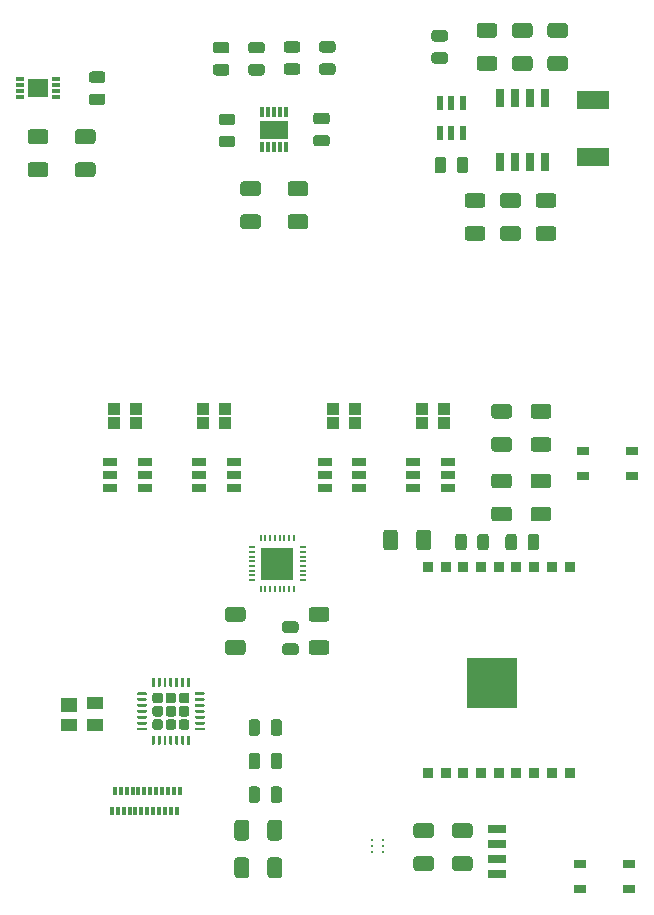
<source format=gbr>
%TF.GenerationSoftware,KiCad,Pcbnew,5.1.6*%
%TF.CreationDate,2020-07-08T20:14:41-07:00*%
%TF.ProjectId,plant_station,706c616e-745f-4737-9461-74696f6e2e6b,rev?*%
%TF.SameCoordinates,Original*%
%TF.FileFunction,Paste,Top*%
%TF.FilePolarity,Positive*%
%FSLAX46Y46*%
G04 Gerber Fmt 4.6, Leading zero omitted, Abs format (unit mm)*
G04 Created by KiCad (PCBNEW 5.1.6) date 2020-07-08 20:14:41*
%MOMM*%
%LPD*%
G01*
G04 APERTURE LIST*
%ADD10C,0.260000*%
%ADD11R,2.700000X1.500000*%
%ADD12R,0.650000X1.525000*%
%ADD13R,0.600000X1.250000*%
%ADD14R,0.300000X0.850000*%
%ADD15R,2.400000X1.650000*%
%ADD16R,1.800000X1.600000*%
%ADD17R,0.800000X0.300000*%
%ADD18R,1.400000X1.200000*%
%ADD19R,1.400000X1.000000*%
%ADD20R,1.600000X0.700000*%
%ADD21R,1.000000X1.000000*%
%ADD22R,1.300000X0.700000*%
%ADD23R,0.500000X0.200000*%
%ADD24R,0.200000X0.500000*%
%ADD25R,2.800000X2.800000*%
%ADD26R,0.300000X0.700000*%
%ADD27R,1.050000X0.650000*%
%ADD28R,0.912500X0.850000*%
%ADD29R,4.300000X4.300000*%
G04 APERTURE END LIST*
D10*
%TO.C,U2*%
X78000000Y-104375000D03*
X78000000Y-103875000D03*
X78000000Y-103375000D03*
X77000000Y-104375000D03*
X77000000Y-103875000D03*
X77000000Y-103375000D03*
%TD*%
%TO.C,C4*%
G36*
G01*
X89375000Y-49875000D02*
X88125000Y-49875000D01*
G75*
G02*
X87875000Y-49625000I0J250000D01*
G01*
X87875000Y-48875000D01*
G75*
G02*
X88125000Y-48625000I250000J0D01*
G01*
X89375000Y-48625000D01*
G75*
G02*
X89625000Y-48875000I0J-250000D01*
G01*
X89625000Y-49625000D01*
G75*
G02*
X89375000Y-49875000I-250000J0D01*
G01*
G37*
G36*
G01*
X89375000Y-52675000D02*
X88125000Y-52675000D01*
G75*
G02*
X87875000Y-52425000I0J250000D01*
G01*
X87875000Y-51675000D01*
G75*
G02*
X88125000Y-51425000I250000J0D01*
G01*
X89375000Y-51425000D01*
G75*
G02*
X89625000Y-51675000I0J-250000D01*
G01*
X89625000Y-52425000D01*
G75*
G02*
X89375000Y-52675000I-250000J0D01*
G01*
G37*
%TD*%
%TO.C,C5*%
G36*
G01*
X92375000Y-49875000D02*
X91125000Y-49875000D01*
G75*
G02*
X90875000Y-49625000I0J250000D01*
G01*
X90875000Y-48875000D01*
G75*
G02*
X91125000Y-48625000I250000J0D01*
G01*
X92375000Y-48625000D01*
G75*
G02*
X92625000Y-48875000I0J-250000D01*
G01*
X92625000Y-49625000D01*
G75*
G02*
X92375000Y-49875000I-250000J0D01*
G01*
G37*
G36*
G01*
X92375000Y-52675000D02*
X91125000Y-52675000D01*
G75*
G02*
X90875000Y-52425000I0J250000D01*
G01*
X90875000Y-51675000D01*
G75*
G02*
X91125000Y-51425000I250000J0D01*
G01*
X92375000Y-51425000D01*
G75*
G02*
X92625000Y-51675000I0J-250000D01*
G01*
X92625000Y-52425000D01*
G75*
G02*
X92375000Y-52675000I-250000J0D01*
G01*
G37*
%TD*%
%TO.C,C6*%
G36*
G01*
X67375000Y-48875000D02*
X66125000Y-48875000D01*
G75*
G02*
X65875000Y-48625000I0J250000D01*
G01*
X65875000Y-47875000D01*
G75*
G02*
X66125000Y-47625000I250000J0D01*
G01*
X67375000Y-47625000D01*
G75*
G02*
X67625000Y-47875000I0J-250000D01*
G01*
X67625000Y-48625000D01*
G75*
G02*
X67375000Y-48875000I-250000J0D01*
G01*
G37*
G36*
G01*
X67375000Y-51675000D02*
X66125000Y-51675000D01*
G75*
G02*
X65875000Y-51425000I0J250000D01*
G01*
X65875000Y-50675000D01*
G75*
G02*
X66125000Y-50425000I250000J0D01*
G01*
X67375000Y-50425000D01*
G75*
G02*
X67625000Y-50675000I0J-250000D01*
G01*
X67625000Y-51425000D01*
G75*
G02*
X67375000Y-51675000I-250000J0D01*
G01*
G37*
%TD*%
%TO.C,C7*%
G36*
G01*
X71375000Y-51675000D02*
X70125000Y-51675000D01*
G75*
G02*
X69875000Y-51425000I0J250000D01*
G01*
X69875000Y-50675000D01*
G75*
G02*
X70125000Y-50425000I250000J0D01*
G01*
X71375000Y-50425000D01*
G75*
G02*
X71625000Y-50675000I0J-250000D01*
G01*
X71625000Y-51425000D01*
G75*
G02*
X71375000Y-51675000I-250000J0D01*
G01*
G37*
G36*
G01*
X71375000Y-48875000D02*
X70125000Y-48875000D01*
G75*
G02*
X69875000Y-48625000I0J250000D01*
G01*
X69875000Y-47875000D01*
G75*
G02*
X70125000Y-47625000I250000J0D01*
G01*
X71375000Y-47625000D01*
G75*
G02*
X71625000Y-47875000I0J-250000D01*
G01*
X71625000Y-48625000D01*
G75*
G02*
X71375000Y-48875000I-250000J0D01*
G01*
G37*
%TD*%
%TO.C,Cdec1*%
G36*
G01*
X53375000Y-47275000D02*
X52125000Y-47275000D01*
G75*
G02*
X51875000Y-47025000I0J250000D01*
G01*
X51875000Y-46275000D01*
G75*
G02*
X52125000Y-46025000I250000J0D01*
G01*
X53375000Y-46025000D01*
G75*
G02*
X53625000Y-46275000I0J-250000D01*
G01*
X53625000Y-47025000D01*
G75*
G02*
X53375000Y-47275000I-250000J0D01*
G01*
G37*
G36*
G01*
X53375000Y-44475000D02*
X52125000Y-44475000D01*
G75*
G02*
X51875000Y-44225000I0J250000D01*
G01*
X51875000Y-43475000D01*
G75*
G02*
X52125000Y-43225000I250000J0D01*
G01*
X53375000Y-43225000D01*
G75*
G02*
X53625000Y-43475000I0J-250000D01*
G01*
X53625000Y-44225000D01*
G75*
G02*
X53375000Y-44475000I-250000J0D01*
G01*
G37*
%TD*%
%TO.C,Cdec2*%
G36*
G01*
X49375000Y-47275000D02*
X48125000Y-47275000D01*
G75*
G02*
X47875000Y-47025000I0J250000D01*
G01*
X47875000Y-46275000D01*
G75*
G02*
X48125000Y-46025000I250000J0D01*
G01*
X49375000Y-46025000D01*
G75*
G02*
X49625000Y-46275000I0J-250000D01*
G01*
X49625000Y-47025000D01*
G75*
G02*
X49375000Y-47275000I-250000J0D01*
G01*
G37*
G36*
G01*
X49375000Y-44475000D02*
X48125000Y-44475000D01*
G75*
G02*
X47875000Y-44225000I0J250000D01*
G01*
X47875000Y-43475000D01*
G75*
G02*
X48125000Y-43225000I250000J0D01*
G01*
X49375000Y-43225000D01*
G75*
G02*
X49625000Y-43475000I0J-250000D01*
G01*
X49625000Y-44225000D01*
G75*
G02*
X49375000Y-44475000I-250000J0D01*
G01*
G37*
%TD*%
%TO.C,Cref1*%
G36*
G01*
X93375000Y-35475000D02*
X92125000Y-35475000D01*
G75*
G02*
X91875000Y-35225000I0J250000D01*
G01*
X91875000Y-34475000D01*
G75*
G02*
X92125000Y-34225000I250000J0D01*
G01*
X93375000Y-34225000D01*
G75*
G02*
X93625000Y-34475000I0J-250000D01*
G01*
X93625000Y-35225000D01*
G75*
G02*
X93375000Y-35475000I-250000J0D01*
G01*
G37*
G36*
G01*
X93375000Y-38275000D02*
X92125000Y-38275000D01*
G75*
G02*
X91875000Y-38025000I0J250000D01*
G01*
X91875000Y-37275000D01*
G75*
G02*
X92125000Y-37025000I250000J0D01*
G01*
X93375000Y-37025000D01*
G75*
G02*
X93625000Y-37275000I0J-250000D01*
G01*
X93625000Y-38025000D01*
G75*
G02*
X93375000Y-38275000I-250000J0D01*
G01*
G37*
%TD*%
D11*
%TO.C,D1*%
X95750000Y-45550000D03*
X95750000Y-40750000D03*
%TD*%
D12*
%TO.C,IC3*%
X87845000Y-45962000D03*
X89115000Y-45962000D03*
X90385000Y-45962000D03*
X91655000Y-45962000D03*
X91655000Y-40538000D03*
X90385000Y-40538000D03*
X89115000Y-40538000D03*
X87845000Y-40538000D03*
%TD*%
D13*
%TO.C,IC4*%
X82800000Y-43500000D03*
X83750000Y-43500000D03*
X84700000Y-43500000D03*
X84700000Y-41000000D03*
X83750000Y-41000000D03*
X82800000Y-41000000D03*
%TD*%
D14*
%TO.C,IC5*%
X67750000Y-44700000D03*
X68250000Y-44700000D03*
X68750000Y-44700000D03*
X69250000Y-44700000D03*
X69750000Y-44700000D03*
X69750000Y-41800000D03*
X69250000Y-41800000D03*
X68750000Y-41800000D03*
X68250000Y-41800000D03*
X67750000Y-41800000D03*
D15*
X68750000Y-43250000D03*
%TD*%
D16*
%TO.C,IC6*%
X48750000Y-39750000D03*
D17*
X47250000Y-40500000D03*
X47250000Y-40000000D03*
X47250000Y-39500000D03*
X47250000Y-39000000D03*
X50250000Y-39000000D03*
X50250000Y-39500000D03*
X50250000Y-40000000D03*
X50250000Y-40500000D03*
%TD*%
%TO.C,R4*%
G36*
G01*
X86375000Y-52675000D02*
X85125000Y-52675000D01*
G75*
G02*
X84875000Y-52425000I0J250000D01*
G01*
X84875000Y-51675000D01*
G75*
G02*
X85125000Y-51425000I250000J0D01*
G01*
X86375000Y-51425000D01*
G75*
G02*
X86625000Y-51675000I0J-250000D01*
G01*
X86625000Y-52425000D01*
G75*
G02*
X86375000Y-52675000I-250000J0D01*
G01*
G37*
G36*
G01*
X86375000Y-49875000D02*
X85125000Y-49875000D01*
G75*
G02*
X84875000Y-49625000I0J250000D01*
G01*
X84875000Y-48875000D01*
G75*
G02*
X85125000Y-48625000I250000J0D01*
G01*
X86375000Y-48625000D01*
G75*
G02*
X86625000Y-48875000I0J-250000D01*
G01*
X86625000Y-49625000D01*
G75*
G02*
X86375000Y-49875000I-250000J0D01*
G01*
G37*
%TD*%
%TO.C,R5*%
G36*
G01*
X82325000Y-46706250D02*
X82325000Y-45793750D01*
G75*
G02*
X82568750Y-45550000I243750J0D01*
G01*
X83056250Y-45550000D01*
G75*
G02*
X83300000Y-45793750I0J-243750D01*
G01*
X83300000Y-46706250D01*
G75*
G02*
X83056250Y-46950000I-243750J0D01*
G01*
X82568750Y-46950000D01*
G75*
G02*
X82325000Y-46706250I0J243750D01*
G01*
G37*
G36*
G01*
X84200000Y-46706250D02*
X84200000Y-45793750D01*
G75*
G02*
X84443750Y-45550000I243750J0D01*
G01*
X84931250Y-45550000D01*
G75*
G02*
X85175000Y-45793750I0J-243750D01*
G01*
X85175000Y-46706250D01*
G75*
G02*
X84931250Y-46950000I-243750J0D01*
G01*
X84443750Y-46950000D01*
G75*
G02*
X84200000Y-46706250I0J243750D01*
G01*
G37*
%TD*%
%TO.C,R6*%
G36*
G01*
X83206250Y-35800000D02*
X82293750Y-35800000D01*
G75*
G02*
X82050000Y-35556250I0J243750D01*
G01*
X82050000Y-35068750D01*
G75*
G02*
X82293750Y-34825000I243750J0D01*
G01*
X83206250Y-34825000D01*
G75*
G02*
X83450000Y-35068750I0J-243750D01*
G01*
X83450000Y-35556250D01*
G75*
G02*
X83206250Y-35800000I-243750J0D01*
G01*
G37*
G36*
G01*
X83206250Y-37675000D02*
X82293750Y-37675000D01*
G75*
G02*
X82050000Y-37431250I0J243750D01*
G01*
X82050000Y-36943750D01*
G75*
G02*
X82293750Y-36700000I243750J0D01*
G01*
X83206250Y-36700000D01*
G75*
G02*
X83450000Y-36943750I0J-243750D01*
G01*
X83450000Y-37431250D01*
G75*
G02*
X83206250Y-37675000I-243750J0D01*
G01*
G37*
%TD*%
%TO.C,R7*%
G36*
G01*
X67706250Y-38675000D02*
X66793750Y-38675000D01*
G75*
G02*
X66550000Y-38431250I0J243750D01*
G01*
X66550000Y-37943750D01*
G75*
G02*
X66793750Y-37700000I243750J0D01*
G01*
X67706250Y-37700000D01*
G75*
G02*
X67950000Y-37943750I0J-243750D01*
G01*
X67950000Y-38431250D01*
G75*
G02*
X67706250Y-38675000I-243750J0D01*
G01*
G37*
G36*
G01*
X67706250Y-36800000D02*
X66793750Y-36800000D01*
G75*
G02*
X66550000Y-36556250I0J243750D01*
G01*
X66550000Y-36068750D01*
G75*
G02*
X66793750Y-35825000I243750J0D01*
G01*
X67706250Y-35825000D01*
G75*
G02*
X67950000Y-36068750I0J-243750D01*
G01*
X67950000Y-36556250D01*
G75*
G02*
X67706250Y-36800000I-243750J0D01*
G01*
G37*
%TD*%
%TO.C,R8*%
G36*
G01*
X64706250Y-38675000D02*
X63793750Y-38675000D01*
G75*
G02*
X63550000Y-38431250I0J243750D01*
G01*
X63550000Y-37943750D01*
G75*
G02*
X63793750Y-37700000I243750J0D01*
G01*
X64706250Y-37700000D01*
G75*
G02*
X64950000Y-37943750I0J-243750D01*
G01*
X64950000Y-38431250D01*
G75*
G02*
X64706250Y-38675000I-243750J0D01*
G01*
G37*
G36*
G01*
X64706250Y-36800000D02*
X63793750Y-36800000D01*
G75*
G02*
X63550000Y-36556250I0J243750D01*
G01*
X63550000Y-36068750D01*
G75*
G02*
X63793750Y-35825000I243750J0D01*
G01*
X64706250Y-35825000D01*
G75*
G02*
X64950000Y-36068750I0J-243750D01*
G01*
X64950000Y-36556250D01*
G75*
G02*
X64706250Y-36800000I-243750J0D01*
G01*
G37*
%TD*%
%TO.C,R9*%
G36*
G01*
X65206250Y-44737500D02*
X64293750Y-44737500D01*
G75*
G02*
X64050000Y-44493750I0J243750D01*
G01*
X64050000Y-44006250D01*
G75*
G02*
X64293750Y-43762500I243750J0D01*
G01*
X65206250Y-43762500D01*
G75*
G02*
X65450000Y-44006250I0J-243750D01*
G01*
X65450000Y-44493750D01*
G75*
G02*
X65206250Y-44737500I-243750J0D01*
G01*
G37*
G36*
G01*
X65206250Y-42862500D02*
X64293750Y-42862500D01*
G75*
G02*
X64050000Y-42618750I0J243750D01*
G01*
X64050000Y-42131250D01*
G75*
G02*
X64293750Y-41887500I243750J0D01*
G01*
X65206250Y-41887500D01*
G75*
G02*
X65450000Y-42131250I0J-243750D01*
G01*
X65450000Y-42618750D01*
G75*
G02*
X65206250Y-42862500I-243750J0D01*
G01*
G37*
%TD*%
%TO.C,R10*%
G36*
G01*
X73206250Y-42800000D02*
X72293750Y-42800000D01*
G75*
G02*
X72050000Y-42556250I0J243750D01*
G01*
X72050000Y-42068750D01*
G75*
G02*
X72293750Y-41825000I243750J0D01*
G01*
X73206250Y-41825000D01*
G75*
G02*
X73450000Y-42068750I0J-243750D01*
G01*
X73450000Y-42556250D01*
G75*
G02*
X73206250Y-42800000I-243750J0D01*
G01*
G37*
G36*
G01*
X73206250Y-44675000D02*
X72293750Y-44675000D01*
G75*
G02*
X72050000Y-44431250I0J243750D01*
G01*
X72050000Y-43943750D01*
G75*
G02*
X72293750Y-43700000I243750J0D01*
G01*
X73206250Y-43700000D01*
G75*
G02*
X73450000Y-43943750I0J-243750D01*
G01*
X73450000Y-44431250D01*
G75*
G02*
X73206250Y-44675000I-243750J0D01*
G01*
G37*
%TD*%
%TO.C,R11*%
G36*
G01*
X70706250Y-36737500D02*
X69793750Y-36737500D01*
G75*
G02*
X69550000Y-36493750I0J243750D01*
G01*
X69550000Y-36006250D01*
G75*
G02*
X69793750Y-35762500I243750J0D01*
G01*
X70706250Y-35762500D01*
G75*
G02*
X70950000Y-36006250I0J-243750D01*
G01*
X70950000Y-36493750D01*
G75*
G02*
X70706250Y-36737500I-243750J0D01*
G01*
G37*
G36*
G01*
X70706250Y-38612500D02*
X69793750Y-38612500D01*
G75*
G02*
X69550000Y-38368750I0J243750D01*
G01*
X69550000Y-37881250D01*
G75*
G02*
X69793750Y-37637500I243750J0D01*
G01*
X70706250Y-37637500D01*
G75*
G02*
X70950000Y-37881250I0J-243750D01*
G01*
X70950000Y-38368750D01*
G75*
G02*
X70706250Y-38612500I-243750J0D01*
G01*
G37*
%TD*%
%TO.C,R12*%
G36*
G01*
X72793750Y-37637500D02*
X73706250Y-37637500D01*
G75*
G02*
X73950000Y-37881250I0J-243750D01*
G01*
X73950000Y-38368750D01*
G75*
G02*
X73706250Y-38612500I-243750J0D01*
G01*
X72793750Y-38612500D01*
G75*
G02*
X72550000Y-38368750I0J243750D01*
G01*
X72550000Y-37881250D01*
G75*
G02*
X72793750Y-37637500I243750J0D01*
G01*
G37*
G36*
G01*
X72793750Y-35762500D02*
X73706250Y-35762500D01*
G75*
G02*
X73950000Y-36006250I0J-243750D01*
G01*
X73950000Y-36493750D01*
G75*
G02*
X73706250Y-36737500I-243750J0D01*
G01*
X72793750Y-36737500D01*
G75*
G02*
X72550000Y-36493750I0J243750D01*
G01*
X72550000Y-36006250D01*
G75*
G02*
X72793750Y-35762500I243750J0D01*
G01*
G37*
%TD*%
%TO.C,R13*%
G36*
G01*
X53293750Y-38325000D02*
X54206250Y-38325000D01*
G75*
G02*
X54450000Y-38568750I0J-243750D01*
G01*
X54450000Y-39056250D01*
G75*
G02*
X54206250Y-39300000I-243750J0D01*
G01*
X53293750Y-39300000D01*
G75*
G02*
X53050000Y-39056250I0J243750D01*
G01*
X53050000Y-38568750D01*
G75*
G02*
X53293750Y-38325000I243750J0D01*
G01*
G37*
G36*
G01*
X53293750Y-40200000D02*
X54206250Y-40200000D01*
G75*
G02*
X54450000Y-40443750I0J-243750D01*
G01*
X54450000Y-40931250D01*
G75*
G02*
X54206250Y-41175000I-243750J0D01*
G01*
X53293750Y-41175000D01*
G75*
G02*
X53050000Y-40931250I0J243750D01*
G01*
X53050000Y-40443750D01*
G75*
G02*
X53293750Y-40200000I243750J0D01*
G01*
G37*
%TD*%
%TO.C,Ra1*%
G36*
G01*
X87375000Y-35475000D02*
X86125000Y-35475000D01*
G75*
G02*
X85875000Y-35225000I0J250000D01*
G01*
X85875000Y-34475000D01*
G75*
G02*
X86125000Y-34225000I250000J0D01*
G01*
X87375000Y-34225000D01*
G75*
G02*
X87625000Y-34475000I0J-250000D01*
G01*
X87625000Y-35225000D01*
G75*
G02*
X87375000Y-35475000I-250000J0D01*
G01*
G37*
G36*
G01*
X87375000Y-38275000D02*
X86125000Y-38275000D01*
G75*
G02*
X85875000Y-38025000I0J250000D01*
G01*
X85875000Y-37275000D01*
G75*
G02*
X86125000Y-37025000I250000J0D01*
G01*
X87375000Y-37025000D01*
G75*
G02*
X87625000Y-37275000I0J-250000D01*
G01*
X87625000Y-38025000D01*
G75*
G02*
X87375000Y-38275000I-250000J0D01*
G01*
G37*
%TD*%
%TO.C,Rb1*%
G36*
G01*
X90375000Y-38275000D02*
X89125000Y-38275000D01*
G75*
G02*
X88875000Y-38025000I0J250000D01*
G01*
X88875000Y-37275000D01*
G75*
G02*
X89125000Y-37025000I250000J0D01*
G01*
X90375000Y-37025000D01*
G75*
G02*
X90625000Y-37275000I0J-250000D01*
G01*
X90625000Y-38025000D01*
G75*
G02*
X90375000Y-38275000I-250000J0D01*
G01*
G37*
G36*
G01*
X90375000Y-35475000D02*
X89125000Y-35475000D01*
G75*
G02*
X88875000Y-35225000I0J250000D01*
G01*
X88875000Y-34475000D01*
G75*
G02*
X89125000Y-34225000I250000J0D01*
G01*
X90375000Y-34225000D01*
G75*
G02*
X90625000Y-34475000I0J-250000D01*
G01*
X90625000Y-35225000D01*
G75*
G02*
X90375000Y-35475000I-250000J0D01*
G01*
G37*
%TD*%
%TO.C,C1*%
G36*
G01*
X71925000Y-83675000D02*
X73175000Y-83675000D01*
G75*
G02*
X73425000Y-83925000I0J-250000D01*
G01*
X73425000Y-84675000D01*
G75*
G02*
X73175000Y-84925000I-250000J0D01*
G01*
X71925000Y-84925000D01*
G75*
G02*
X71675000Y-84675000I0J250000D01*
G01*
X71675000Y-83925000D01*
G75*
G02*
X71925000Y-83675000I250000J0D01*
G01*
G37*
G36*
G01*
X71925000Y-86475000D02*
X73175000Y-86475000D01*
G75*
G02*
X73425000Y-86725000I0J-250000D01*
G01*
X73425000Y-87475000D01*
G75*
G02*
X73175000Y-87725000I-250000J0D01*
G01*
X71925000Y-87725000D01*
G75*
G02*
X71675000Y-87475000I0J250000D01*
G01*
X71675000Y-86725000D01*
G75*
G02*
X71925000Y-86475000I250000J0D01*
G01*
G37*
%TD*%
%TO.C,C2*%
G36*
G01*
X66075000Y-84925000D02*
X64825000Y-84925000D01*
G75*
G02*
X64575000Y-84675000I0J250000D01*
G01*
X64575000Y-83925000D01*
G75*
G02*
X64825000Y-83675000I250000J0D01*
G01*
X66075000Y-83675000D01*
G75*
G02*
X66325000Y-83925000I0J-250000D01*
G01*
X66325000Y-84675000D01*
G75*
G02*
X66075000Y-84925000I-250000J0D01*
G01*
G37*
G36*
G01*
X66075000Y-87725000D02*
X64825000Y-87725000D01*
G75*
G02*
X64575000Y-87475000I0J250000D01*
G01*
X64575000Y-86725000D01*
G75*
G02*
X64825000Y-86475000I250000J0D01*
G01*
X66075000Y-86475000D01*
G75*
G02*
X66325000Y-86725000I0J-250000D01*
G01*
X66325000Y-87475000D01*
G75*
G02*
X66075000Y-87725000I-250000J0D01*
G01*
G37*
%TD*%
%TO.C,Cdec3*%
G36*
G01*
X84048750Y-104775000D02*
X85298750Y-104775000D01*
G75*
G02*
X85548750Y-105025000I0J-250000D01*
G01*
X85548750Y-105775000D01*
G75*
G02*
X85298750Y-106025000I-250000J0D01*
G01*
X84048750Y-106025000D01*
G75*
G02*
X83798750Y-105775000I0J250000D01*
G01*
X83798750Y-105025000D01*
G75*
G02*
X84048750Y-104775000I250000J0D01*
G01*
G37*
G36*
G01*
X84048750Y-101975000D02*
X85298750Y-101975000D01*
G75*
G02*
X85548750Y-102225000I0J-250000D01*
G01*
X85548750Y-102975000D01*
G75*
G02*
X85298750Y-103225000I-250000J0D01*
G01*
X84048750Y-103225000D01*
G75*
G02*
X83798750Y-102975000I0J250000D01*
G01*
X83798750Y-102225000D01*
G75*
G02*
X84048750Y-101975000I250000J0D01*
G01*
G37*
%TD*%
%TO.C,Cdec4*%
G36*
G01*
X80777500Y-101975000D02*
X82027500Y-101975000D01*
G75*
G02*
X82277500Y-102225000I0J-250000D01*
G01*
X82277500Y-102975000D01*
G75*
G02*
X82027500Y-103225000I-250000J0D01*
G01*
X80777500Y-103225000D01*
G75*
G02*
X80527500Y-102975000I0J250000D01*
G01*
X80527500Y-102225000D01*
G75*
G02*
X80777500Y-101975000I250000J0D01*
G01*
G37*
G36*
G01*
X80777500Y-104775000D02*
X82027500Y-104775000D01*
G75*
G02*
X82277500Y-105025000I0J-250000D01*
G01*
X82277500Y-105775000D01*
G75*
G02*
X82027500Y-106025000I-250000J0D01*
G01*
X80777500Y-106025000D01*
G75*
G02*
X80527500Y-105775000I0J250000D01*
G01*
X80527500Y-105025000D01*
G75*
G02*
X80777500Y-104775000I250000J0D01*
G01*
G37*
%TD*%
%TO.C,Cdec5*%
G36*
G01*
X66625000Y-105125000D02*
X66625000Y-106375000D01*
G75*
G02*
X66375000Y-106625000I-250000J0D01*
G01*
X65625000Y-106625000D01*
G75*
G02*
X65375000Y-106375000I0J250000D01*
G01*
X65375000Y-105125000D01*
G75*
G02*
X65625000Y-104875000I250000J0D01*
G01*
X66375000Y-104875000D01*
G75*
G02*
X66625000Y-105125000I0J-250000D01*
G01*
G37*
G36*
G01*
X69425000Y-105125000D02*
X69425000Y-106375000D01*
G75*
G02*
X69175000Y-106625000I-250000J0D01*
G01*
X68425000Y-106625000D01*
G75*
G02*
X68175000Y-106375000I0J250000D01*
G01*
X68175000Y-105125000D01*
G75*
G02*
X68425000Y-104875000I250000J0D01*
G01*
X69175000Y-104875000D01*
G75*
G02*
X69425000Y-105125000I0J-250000D01*
G01*
G37*
%TD*%
%TO.C,Cdec6*%
G36*
G01*
X69425000Y-101945353D02*
X69425000Y-103195353D01*
G75*
G02*
X69175000Y-103445353I-250000J0D01*
G01*
X68425000Y-103445353D01*
G75*
G02*
X68175000Y-103195353I0J250000D01*
G01*
X68175000Y-101945353D01*
G75*
G02*
X68425000Y-101695353I250000J0D01*
G01*
X69175000Y-101695353D01*
G75*
G02*
X69425000Y-101945353I0J-250000D01*
G01*
G37*
G36*
G01*
X66625000Y-101945353D02*
X66625000Y-103195353D01*
G75*
G02*
X66375000Y-103445353I-250000J0D01*
G01*
X65625000Y-103445353D01*
G75*
G02*
X65375000Y-103195353I0J250000D01*
G01*
X65375000Y-101945353D01*
G75*
G02*
X65625000Y-101695353I250000J0D01*
G01*
X66375000Y-101695353D01*
G75*
G02*
X66625000Y-101945353I0J-250000D01*
G01*
G37*
%TD*%
%TO.C,Cdec7*%
G36*
G01*
X90708334Y-66480001D02*
X91958334Y-66480001D01*
G75*
G02*
X92208334Y-66730001I0J-250000D01*
G01*
X92208334Y-67480001D01*
G75*
G02*
X91958334Y-67730001I-250000J0D01*
G01*
X90708334Y-67730001D01*
G75*
G02*
X90458334Y-67480001I0J250000D01*
G01*
X90458334Y-66730001D01*
G75*
G02*
X90708334Y-66480001I250000J0D01*
G01*
G37*
G36*
G01*
X90708334Y-69280001D02*
X91958334Y-69280001D01*
G75*
G02*
X92208334Y-69530001I0J-250000D01*
G01*
X92208334Y-70280001D01*
G75*
G02*
X91958334Y-70530001I-250000J0D01*
G01*
X90708334Y-70530001D01*
G75*
G02*
X90458334Y-70280001I0J250000D01*
G01*
X90458334Y-69530001D01*
G75*
G02*
X90708334Y-69280001I250000J0D01*
G01*
G37*
%TD*%
%TO.C,Cdec8*%
G36*
G01*
X87375000Y-69275000D02*
X88625000Y-69275000D01*
G75*
G02*
X88875000Y-69525000I0J-250000D01*
G01*
X88875000Y-70275000D01*
G75*
G02*
X88625000Y-70525000I-250000J0D01*
G01*
X87375000Y-70525000D01*
G75*
G02*
X87125000Y-70275000I0J250000D01*
G01*
X87125000Y-69525000D01*
G75*
G02*
X87375000Y-69275000I250000J0D01*
G01*
G37*
G36*
G01*
X87375000Y-66475000D02*
X88625000Y-66475000D01*
G75*
G02*
X88875000Y-66725000I0J-250000D01*
G01*
X88875000Y-67475000D01*
G75*
G02*
X88625000Y-67725000I-250000J0D01*
G01*
X87375000Y-67725000D01*
G75*
G02*
X87125000Y-67475000I0J250000D01*
G01*
X87125000Y-66725000D01*
G75*
G02*
X87375000Y-66475000I250000J0D01*
G01*
G37*
%TD*%
%TO.C,C9*%
G36*
G01*
X87375000Y-72375000D02*
X88625000Y-72375000D01*
G75*
G02*
X88875000Y-72625000I0J-250000D01*
G01*
X88875000Y-73375000D01*
G75*
G02*
X88625000Y-73625000I-250000J0D01*
G01*
X87375000Y-73625000D01*
G75*
G02*
X87125000Y-73375000I0J250000D01*
G01*
X87125000Y-72625000D01*
G75*
G02*
X87375000Y-72375000I250000J0D01*
G01*
G37*
G36*
G01*
X87375000Y-75175000D02*
X88625000Y-75175000D01*
G75*
G02*
X88875000Y-75425000I0J-250000D01*
G01*
X88875000Y-76175000D01*
G75*
G02*
X88625000Y-76425000I-250000J0D01*
G01*
X87375000Y-76425000D01*
G75*
G02*
X87125000Y-76175000I0J250000D01*
G01*
X87125000Y-75425000D01*
G75*
G02*
X87375000Y-75175000I250000J0D01*
G01*
G37*
%TD*%
D18*
%TO.C,D2*%
X51400000Y-91980000D03*
D19*
X51400000Y-93700000D03*
X53600000Y-93700000D03*
X53600000Y-91800000D03*
%TD*%
D20*
%TO.C,IC2*%
X87600000Y-102495000D03*
X87600000Y-103765000D03*
X87600000Y-105035000D03*
X87600000Y-106305000D03*
%TD*%
D21*
%TO.C,LED1*%
X81271500Y-66875000D03*
X81271500Y-68125000D03*
X83121500Y-68125000D03*
X83121500Y-66875000D03*
%TD*%
%TO.C,LED2*%
X75600500Y-66875000D03*
X75600500Y-68125000D03*
X73750500Y-68125000D03*
X73750500Y-66875000D03*
%TD*%
D22*
%TO.C,LED3*%
X80534000Y-73600000D03*
X80534000Y-72500000D03*
X80534000Y-71400000D03*
X83484000Y-73600000D03*
X83484000Y-72500000D03*
X83484000Y-71400000D03*
%TD*%
%TO.C,LED4*%
X73013000Y-73600000D03*
X73013000Y-72500000D03*
X73013000Y-71400000D03*
X75963000Y-73600000D03*
X75963000Y-72500000D03*
X75963000Y-71400000D03*
%TD*%
%TO.C,LED5*%
X62367000Y-73600000D03*
X62367000Y-72500000D03*
X62367000Y-71400000D03*
X65317000Y-73600000D03*
X65317000Y-72500000D03*
X65317000Y-71400000D03*
%TD*%
%TO.C,LED6*%
X57796000Y-71400000D03*
X57796000Y-72500000D03*
X57796000Y-73600000D03*
X54846000Y-71400000D03*
X54846000Y-72500000D03*
X54846000Y-73600000D03*
%TD*%
D21*
%TO.C,LED7*%
X62729500Y-66875000D03*
X62729500Y-68125000D03*
X64579500Y-68125000D03*
X64579500Y-66875000D03*
%TD*%
%TO.C,LED8*%
X55208500Y-66875000D03*
X55208500Y-68125000D03*
X57058500Y-68125000D03*
X57058500Y-66875000D03*
%TD*%
D23*
%TO.C,LEDDRV1*%
X71150000Y-81400000D03*
X71150000Y-81000000D03*
X71150000Y-80600000D03*
X71150000Y-80200000D03*
X71150000Y-79800000D03*
X71150000Y-79400000D03*
X71150000Y-79000000D03*
X71150000Y-78600000D03*
D24*
X70400000Y-77850000D03*
X70000000Y-77850000D03*
X69600000Y-77850000D03*
X69200000Y-77850000D03*
X68800000Y-77850000D03*
X68400000Y-77850000D03*
X68000000Y-77850000D03*
X67600000Y-77850000D03*
D23*
X66850000Y-78600000D03*
X66850000Y-79000000D03*
X66850000Y-79400000D03*
X66850000Y-79800000D03*
X66850000Y-80200000D03*
X66850000Y-80600000D03*
X66850000Y-81000000D03*
X66850000Y-81400000D03*
D24*
X67600000Y-82150000D03*
X68000000Y-82150000D03*
X68400000Y-82150000D03*
X68800000Y-82150000D03*
X69200000Y-82150000D03*
X69600000Y-82150000D03*
X70000000Y-82150000D03*
X70400000Y-82150000D03*
D25*
X69000000Y-80000000D03*
%TD*%
D26*
%TO.C,P1*%
X55250000Y-99230000D03*
X55750000Y-99230000D03*
X56250000Y-99230000D03*
X56750000Y-99230000D03*
X57250000Y-99230000D03*
X57750000Y-99230000D03*
X58250000Y-99230000D03*
X60750000Y-99230000D03*
X59750000Y-99230000D03*
X59250000Y-99230000D03*
X58750000Y-99230000D03*
X60250000Y-99230000D03*
X60500000Y-100930000D03*
X60000000Y-100930000D03*
X59500000Y-100930000D03*
X59000000Y-100930000D03*
X58500000Y-100930000D03*
X58000000Y-100930000D03*
X57500000Y-100930000D03*
X57000000Y-100930000D03*
X56500000Y-100930000D03*
X56000000Y-100930000D03*
X55500000Y-100930000D03*
X55000000Y-100930000D03*
%TD*%
%TO.C,R1*%
G36*
G01*
X85050000Y-77713750D02*
X85050000Y-78626250D01*
G75*
G02*
X84806250Y-78870000I-243750J0D01*
G01*
X84318750Y-78870000D01*
G75*
G02*
X84075000Y-78626250I0J243750D01*
G01*
X84075000Y-77713750D01*
G75*
G02*
X84318750Y-77470000I243750J0D01*
G01*
X84806250Y-77470000D01*
G75*
G02*
X85050000Y-77713750I0J-243750D01*
G01*
G37*
G36*
G01*
X86925000Y-77713750D02*
X86925000Y-78626250D01*
G75*
G02*
X86681250Y-78870000I-243750J0D01*
G01*
X86193750Y-78870000D01*
G75*
G02*
X85950000Y-78626250I0J243750D01*
G01*
X85950000Y-77713750D01*
G75*
G02*
X86193750Y-77470000I243750J0D01*
G01*
X86681250Y-77470000D01*
G75*
G02*
X86925000Y-77713750I0J-243750D01*
G01*
G37*
%TD*%
%TO.C,R2*%
G36*
G01*
X88325000Y-78626250D02*
X88325000Y-77713750D01*
G75*
G02*
X88568750Y-77470000I243750J0D01*
G01*
X89056250Y-77470000D01*
G75*
G02*
X89300000Y-77713750I0J-243750D01*
G01*
X89300000Y-78626250D01*
G75*
G02*
X89056250Y-78870000I-243750J0D01*
G01*
X88568750Y-78870000D01*
G75*
G02*
X88325000Y-78626250I0J243750D01*
G01*
G37*
G36*
G01*
X90200000Y-78626250D02*
X90200000Y-77713750D01*
G75*
G02*
X90443750Y-77470000I243750J0D01*
G01*
X90931250Y-77470000D01*
G75*
G02*
X91175000Y-77713750I0J-243750D01*
G01*
X91175000Y-78626250D01*
G75*
G02*
X90931250Y-78870000I-243750J0D01*
G01*
X90443750Y-78870000D01*
G75*
G02*
X90200000Y-78626250I0J243750D01*
G01*
G37*
%TD*%
%TO.C,R3*%
G36*
G01*
X70581250Y-87725000D02*
X69668750Y-87725000D01*
G75*
G02*
X69425000Y-87481250I0J243750D01*
G01*
X69425000Y-86993750D01*
G75*
G02*
X69668750Y-86750000I243750J0D01*
G01*
X70581250Y-86750000D01*
G75*
G02*
X70825000Y-86993750I0J-243750D01*
G01*
X70825000Y-87481250D01*
G75*
G02*
X70581250Y-87725000I-243750J0D01*
G01*
G37*
G36*
G01*
X70581250Y-85850000D02*
X69668750Y-85850000D01*
G75*
G02*
X69425000Y-85606250I0J243750D01*
G01*
X69425000Y-85118750D01*
G75*
G02*
X69668750Y-84875000I243750J0D01*
G01*
X70581250Y-84875000D01*
G75*
G02*
X70825000Y-85118750I0J-243750D01*
G01*
X70825000Y-85606250D01*
G75*
G02*
X70581250Y-85850000I-243750J0D01*
G01*
G37*
%TD*%
%TO.C,R14*%
G36*
G01*
X67550000Y-99104461D02*
X67550000Y-100016961D01*
G75*
G02*
X67306250Y-100260711I-243750J0D01*
G01*
X66818750Y-100260711D01*
G75*
G02*
X66575000Y-100016961I0J243750D01*
G01*
X66575000Y-99104461D01*
G75*
G02*
X66818750Y-98860711I243750J0D01*
G01*
X67306250Y-98860711D01*
G75*
G02*
X67550000Y-99104461I0J-243750D01*
G01*
G37*
G36*
G01*
X69425000Y-99104461D02*
X69425000Y-100016961D01*
G75*
G02*
X69181250Y-100260711I-243750J0D01*
G01*
X68693750Y-100260711D01*
G75*
G02*
X68450000Y-100016961I0J243750D01*
G01*
X68450000Y-99104461D01*
G75*
G02*
X68693750Y-98860711I243750J0D01*
G01*
X69181250Y-98860711D01*
G75*
G02*
X69425000Y-99104461I0J-243750D01*
G01*
G37*
%TD*%
%TO.C,R15*%
G36*
G01*
X69425000Y-96264819D02*
X69425000Y-97177319D01*
G75*
G02*
X69181250Y-97421069I-243750J0D01*
G01*
X68693750Y-97421069D01*
G75*
G02*
X68450000Y-97177319I0J243750D01*
G01*
X68450000Y-96264819D01*
G75*
G02*
X68693750Y-96021069I243750J0D01*
G01*
X69181250Y-96021069D01*
G75*
G02*
X69425000Y-96264819I0J-243750D01*
G01*
G37*
G36*
G01*
X67550000Y-96264819D02*
X67550000Y-97177319D01*
G75*
G02*
X67306250Y-97421069I-243750J0D01*
G01*
X66818750Y-97421069D01*
G75*
G02*
X66575000Y-97177319I0J243750D01*
G01*
X66575000Y-96264819D01*
G75*
G02*
X66818750Y-96021069I243750J0D01*
G01*
X67306250Y-96021069D01*
G75*
G02*
X67550000Y-96264819I0J-243750D01*
G01*
G37*
%TD*%
%TO.C,R16*%
G36*
G01*
X67550000Y-93425177D02*
X67550000Y-94337677D01*
G75*
G02*
X67306250Y-94581427I-243750J0D01*
G01*
X66818750Y-94581427D01*
G75*
G02*
X66575000Y-94337677I0J243750D01*
G01*
X66575000Y-93425177D01*
G75*
G02*
X66818750Y-93181427I243750J0D01*
G01*
X67306250Y-93181427D01*
G75*
G02*
X67550000Y-93425177I0J-243750D01*
G01*
G37*
G36*
G01*
X69425000Y-93425177D02*
X69425000Y-94337677D01*
G75*
G02*
X69181250Y-94581427I-243750J0D01*
G01*
X68693750Y-94581427D01*
G75*
G02*
X68450000Y-94337677I0J243750D01*
G01*
X68450000Y-93425177D01*
G75*
G02*
X68693750Y-93181427I243750J0D01*
G01*
X69181250Y-93181427D01*
G75*
G02*
X69425000Y-93425177I0J-243750D01*
G01*
G37*
%TD*%
%TO.C,R17*%
G36*
G01*
X91958333Y-73625000D02*
X90708333Y-73625000D01*
G75*
G02*
X90458333Y-73375000I0J250000D01*
G01*
X90458333Y-72625000D01*
G75*
G02*
X90708333Y-72375000I250000J0D01*
G01*
X91958333Y-72375000D01*
G75*
G02*
X92208333Y-72625000I0J-250000D01*
G01*
X92208333Y-73375000D01*
G75*
G02*
X91958333Y-73625000I-250000J0D01*
G01*
G37*
G36*
G01*
X91958333Y-76425000D02*
X90708333Y-76425000D01*
G75*
G02*
X90458333Y-76175000I0J250000D01*
G01*
X90458333Y-75425000D01*
G75*
G02*
X90708333Y-75175000I250000J0D01*
G01*
X91958333Y-75175000D01*
G75*
G02*
X92208333Y-75425000I0J-250000D01*
G01*
X92208333Y-76175000D01*
G75*
G02*
X91958333Y-76425000I-250000J0D01*
G01*
G37*
%TD*%
%TO.C,R18*%
G36*
G01*
X82025000Y-77375000D02*
X82025000Y-78625000D01*
G75*
G02*
X81775000Y-78875000I-250000J0D01*
G01*
X81025000Y-78875000D01*
G75*
G02*
X80775000Y-78625000I0J250000D01*
G01*
X80775000Y-77375000D01*
G75*
G02*
X81025000Y-77125000I250000J0D01*
G01*
X81775000Y-77125000D01*
G75*
G02*
X82025000Y-77375000I0J-250000D01*
G01*
G37*
G36*
G01*
X79225000Y-77375000D02*
X79225000Y-78625000D01*
G75*
G02*
X78975000Y-78875000I-250000J0D01*
G01*
X78225000Y-78875000D01*
G75*
G02*
X77975000Y-78625000I0J250000D01*
G01*
X77975000Y-77375000D01*
G75*
G02*
X78225000Y-77125000I250000J0D01*
G01*
X78975000Y-77125000D01*
G75*
G02*
X79225000Y-77375000I0J-250000D01*
G01*
G37*
%TD*%
D27*
%TO.C,SW1*%
X98825000Y-107575000D03*
X94675000Y-107575000D03*
X98825000Y-105425000D03*
X94675000Y-105425000D03*
%TD*%
%TO.C,SW2*%
X99075000Y-72575000D03*
X94925000Y-72575000D03*
X99075000Y-70425000D03*
X94925000Y-70425000D03*
%TD*%
%TO.C,U3*%
G36*
G01*
X57150000Y-91062500D02*
X57150000Y-90937500D01*
G75*
G02*
X57212500Y-90875000I62500J0D01*
G01*
X57887500Y-90875000D01*
G75*
G02*
X57950000Y-90937500I0J-62500D01*
G01*
X57950000Y-91062500D01*
G75*
G02*
X57887500Y-91125000I-62500J0D01*
G01*
X57212500Y-91125000D01*
G75*
G02*
X57150000Y-91062500I0J62500D01*
G01*
G37*
G36*
G01*
X57150000Y-91562500D02*
X57150000Y-91437500D01*
G75*
G02*
X57212500Y-91375000I62500J0D01*
G01*
X57887500Y-91375000D01*
G75*
G02*
X57950000Y-91437500I0J-62500D01*
G01*
X57950000Y-91562500D01*
G75*
G02*
X57887500Y-91625000I-62500J0D01*
G01*
X57212500Y-91625000D01*
G75*
G02*
X57150000Y-91562500I0J62500D01*
G01*
G37*
G36*
G01*
X57150000Y-92062500D02*
X57150000Y-91937500D01*
G75*
G02*
X57212500Y-91875000I62500J0D01*
G01*
X57887500Y-91875000D01*
G75*
G02*
X57950000Y-91937500I0J-62500D01*
G01*
X57950000Y-92062500D01*
G75*
G02*
X57887500Y-92125000I-62500J0D01*
G01*
X57212500Y-92125000D01*
G75*
G02*
X57150000Y-92062500I0J62500D01*
G01*
G37*
G36*
G01*
X57150000Y-92562500D02*
X57150000Y-92437500D01*
G75*
G02*
X57212500Y-92375000I62500J0D01*
G01*
X57887500Y-92375000D01*
G75*
G02*
X57950000Y-92437500I0J-62500D01*
G01*
X57950000Y-92562500D01*
G75*
G02*
X57887500Y-92625000I-62500J0D01*
G01*
X57212500Y-92625000D01*
G75*
G02*
X57150000Y-92562500I0J62500D01*
G01*
G37*
G36*
G01*
X57150000Y-93062500D02*
X57150000Y-92937500D01*
G75*
G02*
X57212500Y-92875000I62500J0D01*
G01*
X57887500Y-92875000D01*
G75*
G02*
X57950000Y-92937500I0J-62500D01*
G01*
X57950000Y-93062500D01*
G75*
G02*
X57887500Y-93125000I-62500J0D01*
G01*
X57212500Y-93125000D01*
G75*
G02*
X57150000Y-93062500I0J62500D01*
G01*
G37*
G36*
G01*
X57150000Y-93562500D02*
X57150000Y-93437500D01*
G75*
G02*
X57212500Y-93375000I62500J0D01*
G01*
X57887500Y-93375000D01*
G75*
G02*
X57950000Y-93437500I0J-62500D01*
G01*
X57950000Y-93562500D01*
G75*
G02*
X57887500Y-93625000I-62500J0D01*
G01*
X57212500Y-93625000D01*
G75*
G02*
X57150000Y-93562500I0J62500D01*
G01*
G37*
G36*
G01*
X57150000Y-94062500D02*
X57150000Y-93937500D01*
G75*
G02*
X57212500Y-93875000I62500J0D01*
G01*
X57887500Y-93875000D01*
G75*
G02*
X57950000Y-93937500I0J-62500D01*
G01*
X57950000Y-94062500D01*
G75*
G02*
X57887500Y-94125000I-62500J0D01*
G01*
X57212500Y-94125000D01*
G75*
G02*
X57150000Y-94062500I0J62500D01*
G01*
G37*
G36*
G01*
X58375000Y-95287500D02*
X58375000Y-94612500D01*
G75*
G02*
X58437500Y-94550000I62500J0D01*
G01*
X58562500Y-94550000D01*
G75*
G02*
X58625000Y-94612500I0J-62500D01*
G01*
X58625000Y-95287500D01*
G75*
G02*
X58562500Y-95350000I-62500J0D01*
G01*
X58437500Y-95350000D01*
G75*
G02*
X58375000Y-95287500I0J62500D01*
G01*
G37*
G36*
G01*
X58875000Y-95287500D02*
X58875000Y-94612500D01*
G75*
G02*
X58937500Y-94550000I62500J0D01*
G01*
X59062500Y-94550000D01*
G75*
G02*
X59125000Y-94612500I0J-62500D01*
G01*
X59125000Y-95287500D01*
G75*
G02*
X59062500Y-95350000I-62500J0D01*
G01*
X58937500Y-95350000D01*
G75*
G02*
X58875000Y-95287500I0J62500D01*
G01*
G37*
G36*
G01*
X59375000Y-95287500D02*
X59375000Y-94612500D01*
G75*
G02*
X59437500Y-94550000I62500J0D01*
G01*
X59562500Y-94550000D01*
G75*
G02*
X59625000Y-94612500I0J-62500D01*
G01*
X59625000Y-95287500D01*
G75*
G02*
X59562500Y-95350000I-62500J0D01*
G01*
X59437500Y-95350000D01*
G75*
G02*
X59375000Y-95287500I0J62500D01*
G01*
G37*
G36*
G01*
X59875000Y-95287500D02*
X59875000Y-94612500D01*
G75*
G02*
X59937500Y-94550000I62500J0D01*
G01*
X60062500Y-94550000D01*
G75*
G02*
X60125000Y-94612500I0J-62500D01*
G01*
X60125000Y-95287500D01*
G75*
G02*
X60062500Y-95350000I-62500J0D01*
G01*
X59937500Y-95350000D01*
G75*
G02*
X59875000Y-95287500I0J62500D01*
G01*
G37*
G36*
G01*
X60375000Y-95287500D02*
X60375000Y-94612500D01*
G75*
G02*
X60437500Y-94550000I62500J0D01*
G01*
X60562500Y-94550000D01*
G75*
G02*
X60625000Y-94612500I0J-62500D01*
G01*
X60625000Y-95287500D01*
G75*
G02*
X60562500Y-95350000I-62500J0D01*
G01*
X60437500Y-95350000D01*
G75*
G02*
X60375000Y-95287500I0J62500D01*
G01*
G37*
G36*
G01*
X60875000Y-95287500D02*
X60875000Y-94612500D01*
G75*
G02*
X60937500Y-94550000I62500J0D01*
G01*
X61062500Y-94550000D01*
G75*
G02*
X61125000Y-94612500I0J-62500D01*
G01*
X61125000Y-95287500D01*
G75*
G02*
X61062500Y-95350000I-62500J0D01*
G01*
X60937500Y-95350000D01*
G75*
G02*
X60875000Y-95287500I0J62500D01*
G01*
G37*
G36*
G01*
X61375000Y-95287500D02*
X61375000Y-94612500D01*
G75*
G02*
X61437500Y-94550000I62500J0D01*
G01*
X61562500Y-94550000D01*
G75*
G02*
X61625000Y-94612500I0J-62500D01*
G01*
X61625000Y-95287500D01*
G75*
G02*
X61562500Y-95350000I-62500J0D01*
G01*
X61437500Y-95350000D01*
G75*
G02*
X61375000Y-95287500I0J62500D01*
G01*
G37*
G36*
G01*
X62050000Y-94062500D02*
X62050000Y-93937500D01*
G75*
G02*
X62112500Y-93875000I62500J0D01*
G01*
X62787500Y-93875000D01*
G75*
G02*
X62850000Y-93937500I0J-62500D01*
G01*
X62850000Y-94062500D01*
G75*
G02*
X62787500Y-94125000I-62500J0D01*
G01*
X62112500Y-94125000D01*
G75*
G02*
X62050000Y-94062500I0J62500D01*
G01*
G37*
G36*
G01*
X62050000Y-93562500D02*
X62050000Y-93437500D01*
G75*
G02*
X62112500Y-93375000I62500J0D01*
G01*
X62787500Y-93375000D01*
G75*
G02*
X62850000Y-93437500I0J-62500D01*
G01*
X62850000Y-93562500D01*
G75*
G02*
X62787500Y-93625000I-62500J0D01*
G01*
X62112500Y-93625000D01*
G75*
G02*
X62050000Y-93562500I0J62500D01*
G01*
G37*
G36*
G01*
X62050000Y-93062500D02*
X62050000Y-92937500D01*
G75*
G02*
X62112500Y-92875000I62500J0D01*
G01*
X62787500Y-92875000D01*
G75*
G02*
X62850000Y-92937500I0J-62500D01*
G01*
X62850000Y-93062500D01*
G75*
G02*
X62787500Y-93125000I-62500J0D01*
G01*
X62112500Y-93125000D01*
G75*
G02*
X62050000Y-93062500I0J62500D01*
G01*
G37*
G36*
G01*
X62050000Y-92562500D02*
X62050000Y-92437500D01*
G75*
G02*
X62112500Y-92375000I62500J0D01*
G01*
X62787500Y-92375000D01*
G75*
G02*
X62850000Y-92437500I0J-62500D01*
G01*
X62850000Y-92562500D01*
G75*
G02*
X62787500Y-92625000I-62500J0D01*
G01*
X62112500Y-92625000D01*
G75*
G02*
X62050000Y-92562500I0J62500D01*
G01*
G37*
G36*
G01*
X62050000Y-92062500D02*
X62050000Y-91937500D01*
G75*
G02*
X62112500Y-91875000I62500J0D01*
G01*
X62787500Y-91875000D01*
G75*
G02*
X62850000Y-91937500I0J-62500D01*
G01*
X62850000Y-92062500D01*
G75*
G02*
X62787500Y-92125000I-62500J0D01*
G01*
X62112500Y-92125000D01*
G75*
G02*
X62050000Y-92062500I0J62500D01*
G01*
G37*
G36*
G01*
X62050000Y-91562500D02*
X62050000Y-91437500D01*
G75*
G02*
X62112500Y-91375000I62500J0D01*
G01*
X62787500Y-91375000D01*
G75*
G02*
X62850000Y-91437500I0J-62500D01*
G01*
X62850000Y-91562500D01*
G75*
G02*
X62787500Y-91625000I-62500J0D01*
G01*
X62112500Y-91625000D01*
G75*
G02*
X62050000Y-91562500I0J62500D01*
G01*
G37*
G36*
G01*
X62050000Y-91062500D02*
X62050000Y-90937500D01*
G75*
G02*
X62112500Y-90875000I62500J0D01*
G01*
X62787500Y-90875000D01*
G75*
G02*
X62850000Y-90937500I0J-62500D01*
G01*
X62850000Y-91062500D01*
G75*
G02*
X62787500Y-91125000I-62500J0D01*
G01*
X62112500Y-91125000D01*
G75*
G02*
X62050000Y-91062500I0J62500D01*
G01*
G37*
G36*
G01*
X61375000Y-90387500D02*
X61375000Y-89712500D01*
G75*
G02*
X61437500Y-89650000I62500J0D01*
G01*
X61562500Y-89650000D01*
G75*
G02*
X61625000Y-89712500I0J-62500D01*
G01*
X61625000Y-90387500D01*
G75*
G02*
X61562500Y-90450000I-62500J0D01*
G01*
X61437500Y-90450000D01*
G75*
G02*
X61375000Y-90387500I0J62500D01*
G01*
G37*
G36*
G01*
X60875000Y-90387500D02*
X60875000Y-89712500D01*
G75*
G02*
X60937500Y-89650000I62500J0D01*
G01*
X61062500Y-89650000D01*
G75*
G02*
X61125000Y-89712500I0J-62500D01*
G01*
X61125000Y-90387500D01*
G75*
G02*
X61062500Y-90450000I-62500J0D01*
G01*
X60937500Y-90450000D01*
G75*
G02*
X60875000Y-90387500I0J62500D01*
G01*
G37*
G36*
G01*
X60375000Y-90387500D02*
X60375000Y-89712500D01*
G75*
G02*
X60437500Y-89650000I62500J0D01*
G01*
X60562500Y-89650000D01*
G75*
G02*
X60625000Y-89712500I0J-62500D01*
G01*
X60625000Y-90387500D01*
G75*
G02*
X60562500Y-90450000I-62500J0D01*
G01*
X60437500Y-90450000D01*
G75*
G02*
X60375000Y-90387500I0J62500D01*
G01*
G37*
G36*
G01*
X59875000Y-90387500D02*
X59875000Y-89712500D01*
G75*
G02*
X59937500Y-89650000I62500J0D01*
G01*
X60062500Y-89650000D01*
G75*
G02*
X60125000Y-89712500I0J-62500D01*
G01*
X60125000Y-90387500D01*
G75*
G02*
X60062500Y-90450000I-62500J0D01*
G01*
X59937500Y-90450000D01*
G75*
G02*
X59875000Y-90387500I0J62500D01*
G01*
G37*
G36*
G01*
X59375000Y-90387500D02*
X59375000Y-89712500D01*
G75*
G02*
X59437500Y-89650000I62500J0D01*
G01*
X59562500Y-89650000D01*
G75*
G02*
X59625000Y-89712500I0J-62500D01*
G01*
X59625000Y-90387500D01*
G75*
G02*
X59562500Y-90450000I-62500J0D01*
G01*
X59437500Y-90450000D01*
G75*
G02*
X59375000Y-90387500I0J62500D01*
G01*
G37*
G36*
G01*
X58875000Y-90387500D02*
X58875000Y-89712500D01*
G75*
G02*
X58937500Y-89650000I62500J0D01*
G01*
X59062500Y-89650000D01*
G75*
G02*
X59125000Y-89712500I0J-62500D01*
G01*
X59125000Y-90387500D01*
G75*
G02*
X59062500Y-90450000I-62500J0D01*
G01*
X58937500Y-90450000D01*
G75*
G02*
X58875000Y-90387500I0J62500D01*
G01*
G37*
G36*
G01*
X58375000Y-90387500D02*
X58375000Y-89712500D01*
G75*
G02*
X58437500Y-89650000I62500J0D01*
G01*
X58562500Y-89650000D01*
G75*
G02*
X58625000Y-89712500I0J-62500D01*
G01*
X58625000Y-90387500D01*
G75*
G02*
X58562500Y-90450000I-62500J0D01*
G01*
X58437500Y-90450000D01*
G75*
G02*
X58375000Y-90387500I0J62500D01*
G01*
G37*
G36*
G01*
X58430000Y-91605000D02*
X58430000Y-91155000D01*
G75*
G02*
X58655000Y-90930000I225000J0D01*
G01*
X59105000Y-90930000D01*
G75*
G02*
X59330000Y-91155000I0J-225000D01*
G01*
X59330000Y-91605000D01*
G75*
G02*
X59105000Y-91830000I-225000J0D01*
G01*
X58655000Y-91830000D01*
G75*
G02*
X58430000Y-91605000I0J225000D01*
G01*
G37*
G36*
G01*
X58430000Y-92725000D02*
X58430000Y-92275000D01*
G75*
G02*
X58655000Y-92050000I225000J0D01*
G01*
X59105000Y-92050000D01*
G75*
G02*
X59330000Y-92275000I0J-225000D01*
G01*
X59330000Y-92725000D01*
G75*
G02*
X59105000Y-92950000I-225000J0D01*
G01*
X58655000Y-92950000D01*
G75*
G02*
X58430000Y-92725000I0J225000D01*
G01*
G37*
G36*
G01*
X58430000Y-93845000D02*
X58430000Y-93395000D01*
G75*
G02*
X58655000Y-93170000I225000J0D01*
G01*
X59105000Y-93170000D01*
G75*
G02*
X59330000Y-93395000I0J-225000D01*
G01*
X59330000Y-93845000D01*
G75*
G02*
X59105000Y-94070000I-225000J0D01*
G01*
X58655000Y-94070000D01*
G75*
G02*
X58430000Y-93845000I0J225000D01*
G01*
G37*
G36*
G01*
X59550000Y-91605000D02*
X59550000Y-91155000D01*
G75*
G02*
X59775000Y-90930000I225000J0D01*
G01*
X60225000Y-90930000D01*
G75*
G02*
X60450000Y-91155000I0J-225000D01*
G01*
X60450000Y-91605000D01*
G75*
G02*
X60225000Y-91830000I-225000J0D01*
G01*
X59775000Y-91830000D01*
G75*
G02*
X59550000Y-91605000I0J225000D01*
G01*
G37*
G36*
G01*
X59550000Y-92725000D02*
X59550000Y-92275000D01*
G75*
G02*
X59775000Y-92050000I225000J0D01*
G01*
X60225000Y-92050000D01*
G75*
G02*
X60450000Y-92275000I0J-225000D01*
G01*
X60450000Y-92725000D01*
G75*
G02*
X60225000Y-92950000I-225000J0D01*
G01*
X59775000Y-92950000D01*
G75*
G02*
X59550000Y-92725000I0J225000D01*
G01*
G37*
G36*
G01*
X59550000Y-93845000D02*
X59550000Y-93395000D01*
G75*
G02*
X59775000Y-93170000I225000J0D01*
G01*
X60225000Y-93170000D01*
G75*
G02*
X60450000Y-93395000I0J-225000D01*
G01*
X60450000Y-93845000D01*
G75*
G02*
X60225000Y-94070000I-225000J0D01*
G01*
X59775000Y-94070000D01*
G75*
G02*
X59550000Y-93845000I0J225000D01*
G01*
G37*
G36*
G01*
X60670000Y-91605000D02*
X60670000Y-91155000D01*
G75*
G02*
X60895000Y-90930000I225000J0D01*
G01*
X61345000Y-90930000D01*
G75*
G02*
X61570000Y-91155000I0J-225000D01*
G01*
X61570000Y-91605000D01*
G75*
G02*
X61345000Y-91830000I-225000J0D01*
G01*
X60895000Y-91830000D01*
G75*
G02*
X60670000Y-91605000I0J225000D01*
G01*
G37*
G36*
G01*
X60670000Y-92725000D02*
X60670000Y-92275000D01*
G75*
G02*
X60895000Y-92050000I225000J0D01*
G01*
X61345000Y-92050000D01*
G75*
G02*
X61570000Y-92275000I0J-225000D01*
G01*
X61570000Y-92725000D01*
G75*
G02*
X61345000Y-92950000I-225000J0D01*
G01*
X60895000Y-92950000D01*
G75*
G02*
X60670000Y-92725000I0J225000D01*
G01*
G37*
G36*
G01*
X60670000Y-93845000D02*
X60670000Y-93395000D01*
G75*
G02*
X60895000Y-93170000I225000J0D01*
G01*
X61345000Y-93170000D01*
G75*
G02*
X61570000Y-93395000I0J-225000D01*
G01*
X61570000Y-93845000D01*
G75*
G02*
X61345000Y-94070000I-225000J0D01*
G01*
X60895000Y-94070000D01*
G75*
G02*
X60670000Y-93845000I0J225000D01*
G01*
G37*
%TD*%
D28*
%TO.C,U4*%
X93750000Y-97737500D03*
X92250000Y-97737500D03*
X90750000Y-97737500D03*
X89250000Y-97737500D03*
X87750000Y-97737500D03*
X86250000Y-97737500D03*
X84750000Y-97737500D03*
X83250000Y-97737500D03*
X81750000Y-97737500D03*
X81750000Y-80262500D03*
X83250000Y-80262500D03*
X84750000Y-80262500D03*
X86250000Y-80262500D03*
X87750000Y-80262500D03*
X89250000Y-80262500D03*
X90750000Y-80262500D03*
X92250000Y-80262500D03*
X93750000Y-80262500D03*
D29*
X87170000Y-90120000D03*
%TD*%
M02*

</source>
